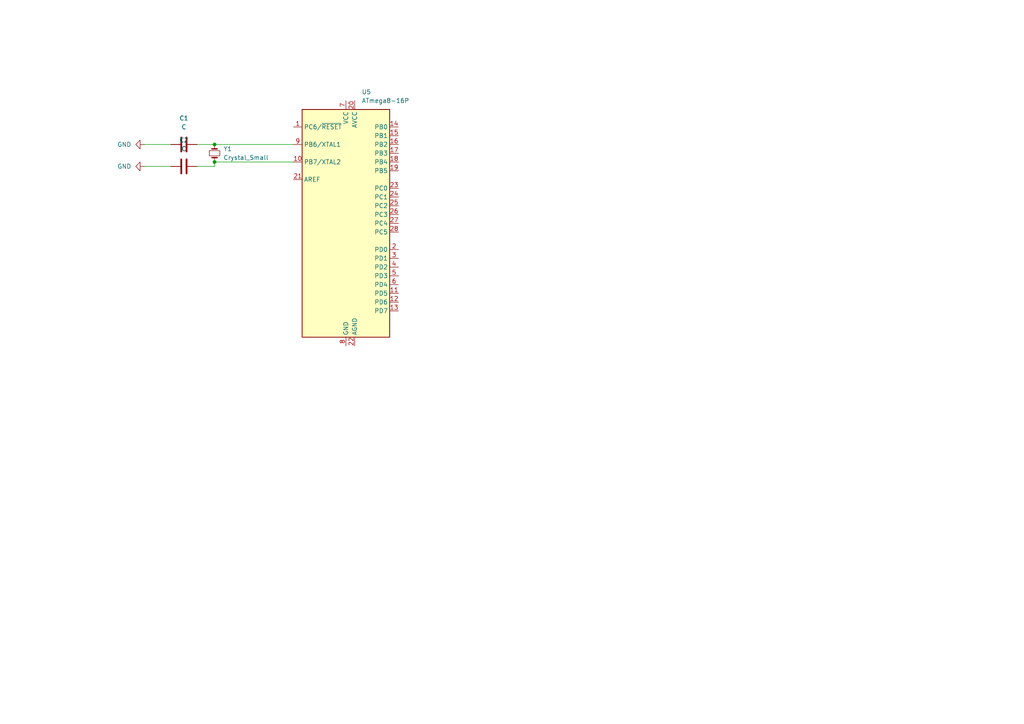
<source format=kicad_sch>
(kicad_sch (version 20211123) (generator eeschema)
  (paper "A4")
  (lib_symbols
    (symbol "Device:C" (pin_numbers hide) (pin_names (offset 0.254))
      (property "Reference" "C" (at 0.635 2.54 0))
      (property "Value" "C" (at 0.635 -2.54 0))
      (symbol "C_0_1"
        (polyline (pts (xy -2.032 -0.762) (xy 2.032 -0.762)) (stroke (width 0.508)))
        (polyline (pts (xy -2.032 0.762) (xy 2.032 0.762)) (stroke (width 0.508)))
      )
      (symbol "C_1_1"
        (pin passive line (at 0 3.81 270) (length 2.794) (name "~") (number "1"))
        (pin passive line (at 0 -3.81 90) (length 2.794) (name "~") (number "2"))
      )
    )
    (symbol "Device:Crystal_Small" (pin_numbers hide) (pin_names (offset 1.016) hide)
      (property "Reference" "Y" (at 0 2.54 0))
      (property "Value" "Crystal_Small" (at 0 -2.54 0))
      (symbol "Crystal_Small_0_1"
        (rectangle (start -0.762 -1.524) (end 0.762 1.524))
        (polyline (pts (xy -1.27 -0.762) (xy -1.27 0.762)) (stroke (width 0.381)))
        (polyline (pts (xy 1.27 -0.762) (xy 1.27 0.762)) (stroke (width 0.381)))
      )
      (symbol "Crystal_Small_1_1"
        (pin passive line (at -2.54 0 0) (length 1.27) (name "1") (number "1"))
        (pin passive line (at 2.54 0 180) (length 1.27) (name "2") (number "2"))
      )
    )
    (symbol "MCU_Microchip_ATmega:ATmega8-16P"
      (property "Reference" "U" (at -12.7 34.29 0))
      (property "Value" "ATmega8-16P" (at 5.08 -34.29 0))
      (symbol "ATmega8-16P_0_1"
        (rectangle (start -12.7 -33.02) (end 12.7 33.02) (stroke (width 0.254)) (fill (type background)))
      )
      (symbol "ATmega8-16P_1_1"
        (pin bidirectional line (at -15.24 27.94 0) (length 2.54) (name "PC6/~{RESET}") (number "1"))
        (pin bidirectional line (at -15.24 17.78 0) (length 2.54) (name "PB7/XTAL2") (number "10"))
        (pin bidirectional line (at 15.24 -20.32 180) (length 2.54) (name "PD5") (number "11"))
        (pin bidirectional line (at 15.24 -22.86 180) (length 2.54) (name "PD6") (number "12"))
        (pin bidirectional line (at 15.24 -25.4 180) (length 2.54) (name "PD7") (number "13"))
        (pin bidirectional line (at 15.24 27.94 180) (length 2.54) (name "PB0") (number "14"))
        (pin bidirectional line (at 15.24 25.4 180) (length 2.54) (name "PB1") (number "15"))
        (pin bidirectional line (at 15.24 22.86 180) (length 2.54) (name "PB2") (number "16"))
        (pin bidirectional line (at 15.24 20.32 180) (length 2.54) (name "PB3") (number "17"))
        (pin bidirectional line (at 15.24 17.78 180) (length 2.54) (name "PB4") (number "18"))
        (pin bidirectional line (at 15.24 15.24 180) (length 2.54) (name "PB5") (number "19"))
        (pin bidirectional line (at 15.24 -7.62 180) (length 2.54) (name "PD0") (number "2"))
        (pin power_in line (at 2.54 35.56 270) (length 2.54) (name "AVCC") (number "20"))
        (pin passive line (at -15.24 12.7 0) (length 2.54) (name "AREF") (number "21"))
        (pin power_in line (at 2.54 -35.56 90) (length 2.54) (name "AGND") (number "22"))
        (pin bidirectional line (at 15.24 10.16 180) (length 2.54) (name "PC0") (number "23"))
        (pin bidirectional line (at 15.24 7.62 180) (length 2.54) (name "PC1") (number "24"))
        (pin bidirectional line (at 15.24 5.08 180) (length 2.54) (name "PC2") (number "25"))
        (pin bidirectional line (at 15.24 2.54 180) (length 2.54) (name "PC3") (number "26"))
        (pin bidirectional line (at 15.24 0 180) (length 2.54) (name "PC4") (number "27"))
        (pin bidirectional line (at 15.24 -2.54 180) (length 2.54) (name "PC5") (number "28"))
        (pin bidirectional line (at 15.24 -10.16 180) (length 2.54) (name "PD1") (number "3"))
        (pin bidirectional line (at 15.24 -12.7 180) (length 2.54) (name "PD2") (number "4"))
        (pin bidirectional line (at 15.24 -15.24 180) (length 2.54) (name "PD3") (number "5"))
        (pin bidirectional line (at 15.24 -17.78 180) (length 2.54) (name "PD4") (number "6"))
        (pin power_in line (at 0 35.56 270) (length 2.54) (name "VCC") (number "7"))
        (pin power_in line (at 0 -35.56 90) (length 2.54) (name "GND") (number "8"))
        (pin bidirectional line (at -15.24 22.86 0) (length 2.54) (name "PB6/XTAL1") (number "9"))
      )
    )
    (symbol "power:GND" (power) (pin_names (offset 0))
      (property "Value" "GND" (at 0 -3.81 0))
      (symbol "GND_0_1"
        (polyline (pts (xy 0 0) (xy 0 -1.27) (xy 1.27 -1.27) (xy 0 -2.54) (xy -1.27 -1.27) (xy 0 -1.27)))
      )
      (symbol "GND_1_1"
        (pin power_in line (at 0 0 270) (length 0) hide (name "GND") (number "1"))
      )
    )
  )
  (junction (at 62.23 46.99))
  (junction (at 62.23 41.91))
  (wire (pts (xy 57.15 48.26) (xy 62.23 48.26)))
  (wire (pts (xy 57.15 41.91) (xy 62.23 41.91)))
  (wire (pts (xy 62.23 46.99) (xy 85.09 46.99)))
  (wire (pts (xy 62.23 46.99) (xy 62.23 48.26)))
  (wire (pts (xy 41.91 48.26) (xy 49.53 48.26)))
  (wire (pts (xy 41.91 41.91) (xy 49.53 41.91)))
  (wire (pts (xy 85.09 41.91) (xy 62.23 41.91)))
  (symbol (lib_id "power:GND") (at 41.91 41.91 270) (unit 1)
    (property "Reference" "#PWR0101" (effects hide))
    (property "Value" "GND" (at 38.1 41.9099 90) (effects (justify right)))
  )
  (symbol (lib_id "Device:C") (at 53.34 48.26 270) (unit 1)
    (property "Reference" "C2" (at 53.34 40.64 90))
    (property "Value" "C" (at 53.34 43.18 90))
  )
  (symbol (lib_id "power:GND") (at 41.91 48.26 270) (unit 1)
    (property "Reference" "#PWR0102" (effects hide))
    (property "Value" "GND" (at 38.1 48.2599 90) (effects (justify right)))
  )
  (symbol (lib_id "Device:C") (at 53.34 41.91 270) (unit 1)
    (property "Reference" "C1" (at 53.34 34.29 90))
    (property "Value" "C" (at 53.34 36.83 90))
    (property "Footprint" "Capacitor_SMD:C_0603_1608Metric" (effects hide))
  )
  (symbol (lib_id "MCU_Microchip_ATmega:ATmega8-16P") (at 100.33 64.77 0) (unit 1)
    (property "Reference" "U5" (at 104.8894 26.67 0) (effects (justify left)))
    (property "Value" "ATmega8-16P" (at 104.8894 29.21 0) (effects (justify left)))
    (property "Footprint" "Package_DIP:DIP-28_W7.62mm" (effects hide))
    (property "Datasheet" "http://ww1.microchip.com/downloads/en/DeviceDoc/atmel-2486-8-bit-avr-microcontroller-atmega8_l_datasheet.pdf" (effects hide))
  )
  (symbol (lib_id "Device:Crystal_Small") (at 62.23 44.45 90) (unit 1)
    (property "Reference" "Y1" (at 64.77 43.1799 90) (effects (justify right)))
    (property "Value" "Crystal_Small" (at 64.77 45.7199 90) (effects (justify right)))
    (property "Footprint" "Crystal:Crystal_AT310_D3.0mm_L10.0mm_Horizontal" (effects hide))
  )
)
</source>
